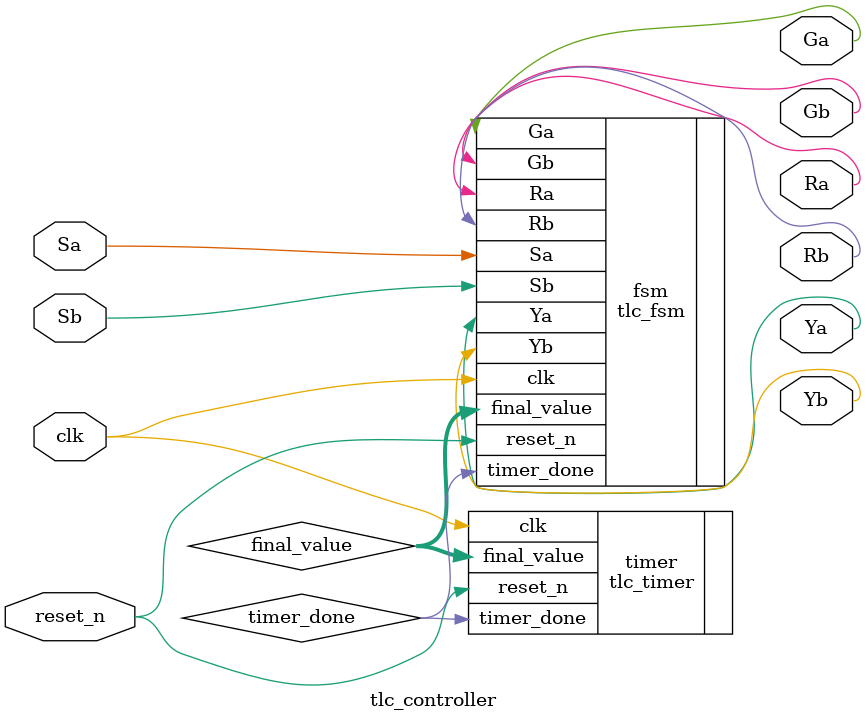
<source format=v>
`timescale 1ns / 1ps


module tlc_controller#(
    parameter n = 13)(
    input clk,reset_n,
    input Sa, Sb,
    output Ga, Ya, Ra, Gb, Yb, Rb
    );
    wire timer_done;
    wire [n-1 : 0] final_value;
    
    tlc_timer#(.n(n)) timer(
        .clk(clk),
        .reset_n(reset_n),
        .final_value(final_value),
        .timer_done(timer_done)
    );
    
    tlc_fsm#(.n(n)) fsm(
        .clk(clk),
        .reset_n(reset_n),
        .final_value(final_value),
        .timer_done(timer_done),
        .Sa(Sa),
        .Sb(Sb),
        .Ga(Ga),
        .Ya(Ya),
        .Ra(Ra),
        .Gb(Gb),
        .Yb(Yb),
        .Rb(Rb)
    );
endmodule

</source>
